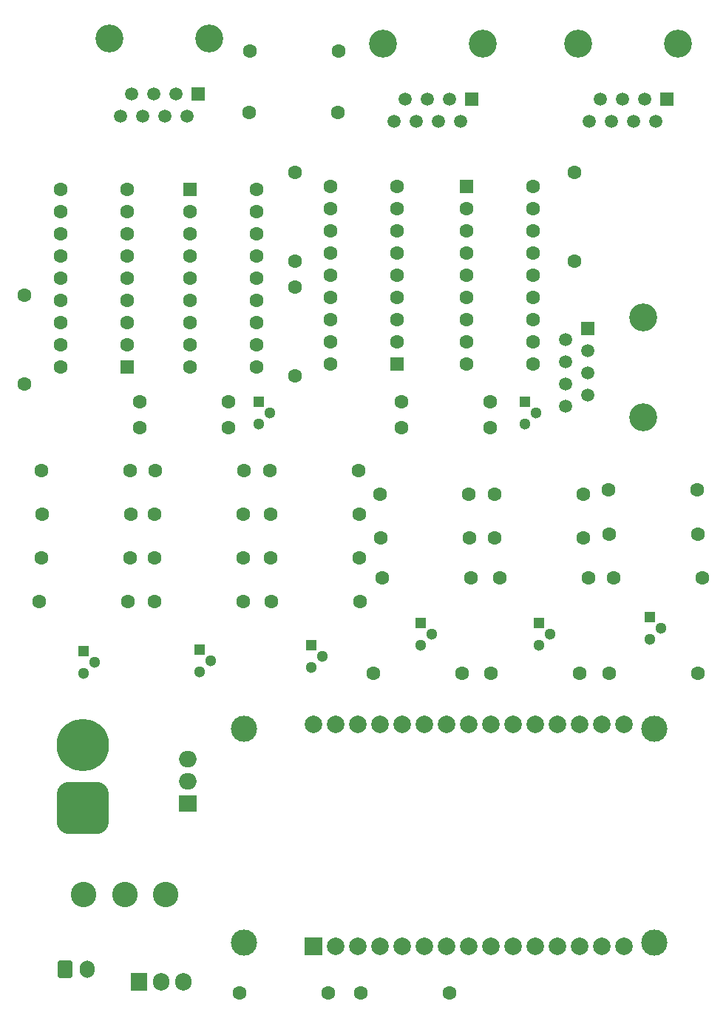
<source format=gts>
G04 #@! TF.GenerationSoftware,KiCad,Pcbnew,9.0.2*
G04 #@! TF.CreationDate,2025-06-26T10:54:21-04:00*
G04 #@! TF.ProjectId,caeluspcb,6361656c-7573-4706-9362-2e6b69636164,rev?*
G04 #@! TF.SameCoordinates,Original*
G04 #@! TF.FileFunction,Soldermask,Top*
G04 #@! TF.FilePolarity,Negative*
%FSLAX46Y46*%
G04 Gerber Fmt 4.6, Leading zero omitted, Abs format (unit mm)*
G04 Created by KiCad (PCBNEW 9.0.2) date 2025-06-26 10:54:21*
%MOMM*%
%LPD*%
G01*
G04 APERTURE LIST*
G04 Aperture macros list*
%AMRoundRect*
0 Rectangle with rounded corners*
0 $1 Rounding radius*
0 $2 $3 $4 $5 $6 $7 $8 $9 X,Y pos of 4 corners*
0 Add a 4 corners polygon primitive as box body*
4,1,4,$2,$3,$4,$5,$6,$7,$8,$9,$2,$3,0*
0 Add four circle primitives for the rounded corners*
1,1,$1+$1,$2,$3*
1,1,$1+$1,$4,$5*
1,1,$1+$1,$6,$7*
1,1,$1+$1,$8,$9*
0 Add four rect primitives between the rounded corners*
20,1,$1+$1,$2,$3,$4,$5,0*
20,1,$1+$1,$4,$5,$6,$7,0*
20,1,$1+$1,$6,$7,$8,$9,0*
20,1,$1+$1,$8,$9,$2,$3,0*%
G04 Aperture macros list end*
%ADD10R,1.300000X1.300000*%
%ADD11C,1.300000*%
%ADD12C,1.600000*%
%ADD13RoundRect,0.250000X0.550000X0.550000X-0.550000X0.550000X-0.550000X-0.550000X0.550000X-0.550000X0*%
%ADD14C,3.200000*%
%ADD15R,1.500000X1.500000*%
%ADD16C,1.500000*%
%ADD17RoundRect,1.500000X1.500000X-1.500000X1.500000X1.500000X-1.500000X1.500000X-1.500000X-1.500000X0*%
%ADD18C,6.000000*%
%ADD19C,2.921000*%
%ADD20R,2.000000X1.905000*%
%ADD21O,2.000000X1.905000*%
%ADD22R,1.905000X2.000000*%
%ADD23O,1.905000X2.000000*%
%ADD24C,3.000000*%
%ADD25R,2.000000X2.000000*%
%ADD26C,2.000000*%
%ADD27RoundRect,0.250000X-0.550000X-0.550000X0.550000X-0.550000X0.550000X0.550000X-0.550000X0.550000X0*%
%ADD28RoundRect,0.250000X-0.600000X-0.750000X0.600000X-0.750000X0.600000X0.750000X-0.600000X0.750000X0*%
%ADD29O,1.700000X2.000000*%
G04 APERTURE END LIST*
D10*
G04 #@! TO.C,Q4*
X76230000Y-143230000D03*
D11*
X77500000Y-144500000D03*
X76230000Y-145770000D03*
G04 #@! TD*
D12*
G04 #@! TO.C,R20*
X43367500Y-103180000D03*
X43367500Y-113340000D03*
G04 #@! TD*
G04 #@! TO.C,R18*
X106367500Y-99260000D03*
X106367500Y-89100000D03*
G04 #@! TD*
D13*
G04 #@! TO.C,U2*
X86045000Y-111040000D03*
D12*
X86045000Y-108500000D03*
X86045000Y-105960000D03*
X86045000Y-103420000D03*
X86045000Y-100880000D03*
X86045000Y-98340000D03*
X86045000Y-95800000D03*
X86045000Y-93260000D03*
X86045000Y-90720000D03*
X78425000Y-90720000D03*
X78425000Y-93260000D03*
X78425000Y-95800000D03*
X78425000Y-98340000D03*
X78425000Y-100880000D03*
X78425000Y-103420000D03*
X78425000Y-105960000D03*
X78425000Y-108500000D03*
X78425000Y-111040000D03*
G04 #@! TD*
G04 #@! TO.C,R24*
X107350000Y-126000000D03*
X97190000Y-126000000D03*
G04 #@! TD*
G04 #@! TO.C,R32*
X83340000Y-146500000D03*
X93500000Y-146500000D03*
G04 #@! TD*
G04 #@! TO.C,R26*
X108000000Y-135500000D03*
X97840000Y-135500000D03*
G04 #@! TD*
D14*
G04 #@! TO.C,J2*
X95850000Y-74380000D03*
X84420000Y-74380000D03*
D15*
X94580000Y-80730000D03*
D16*
X93310000Y-83270000D03*
X92040000Y-80730000D03*
X90770000Y-83270000D03*
X89500000Y-80730000D03*
X88230000Y-83270000D03*
X86960000Y-80730000D03*
X85690000Y-83270000D03*
G04 #@! TD*
D12*
G04 #@! TO.C,R21*
X94270000Y-126000000D03*
X84110000Y-126000000D03*
G04 #@! TD*
G04 #@! TO.C,R7*
X68430000Y-133270000D03*
X58270000Y-133270000D03*
G04 #@! TD*
G04 #@! TO.C,R22*
X84190000Y-131000000D03*
X94350000Y-131000000D03*
G04 #@! TD*
G04 #@! TO.C,R14*
X45350000Y-123270000D03*
X55510000Y-123270000D03*
G04 #@! TD*
D14*
G04 #@! TO.C,J1*
X118240000Y-74380000D03*
X106810000Y-74380000D03*
D15*
X116970000Y-80730000D03*
D16*
X115700000Y-83270000D03*
X114430000Y-80730000D03*
X113160000Y-83270000D03*
X111890000Y-80730000D03*
X110620000Y-83270000D03*
X109350000Y-80730000D03*
X108080000Y-83270000D03*
G04 #@! TD*
D17*
G04 #@! TO.C,J6*
X50075000Y-161900000D03*
D18*
X50075000Y-154700000D03*
G04 #@! TD*
D10*
G04 #@! TO.C,Q9*
X70240000Y-115380000D03*
D11*
X71510000Y-116650000D03*
X70240000Y-117920000D03*
G04 #@! TD*
D12*
G04 #@! TO.C,R4*
X55270000Y-138270000D03*
X45110000Y-138270000D03*
G04 #@! TD*
G04 #@! TO.C,R17*
X74367500Y-99340000D03*
X74367500Y-89180000D03*
G04 #@! TD*
G04 #@! TO.C,R9*
X71540000Y-128270000D03*
X81700000Y-128270000D03*
G04 #@! TD*
G04 #@! TO.C,R1*
X69160000Y-82260000D03*
X79320000Y-82260000D03*
G04 #@! TD*
G04 #@! TO.C,R28*
X110340000Y-130500000D03*
X120500000Y-130500000D03*
G04 #@! TD*
D19*
G04 #@! TO.C,SW1*
X50177000Y-171800000D03*
X54876000Y-171800000D03*
X59575000Y-171800000D03*
G04 #@! TD*
D12*
G04 #@! TO.C,R19*
X74367500Y-102260000D03*
X74367500Y-112420000D03*
G04 #@! TD*
G04 #@! TO.C,R16*
X71620000Y-138270000D03*
X81780000Y-138270000D03*
G04 #@! TD*
G04 #@! TO.C,R6*
X68430000Y-128270000D03*
X58270000Y-128270000D03*
G04 #@! TD*
G04 #@! TO.C,R15*
X68430000Y-138270000D03*
X58270000Y-138270000D03*
G04 #@! TD*
D20*
G04 #@! TO.C,U6*
X62075000Y-161380000D03*
D21*
X62075000Y-158840000D03*
X62075000Y-156300000D03*
G04 #@! TD*
D10*
G04 #@! TO.C,Q7*
X115000000Y-140000000D03*
D11*
X116270000Y-141270000D03*
X115000000Y-142540000D03*
G04 #@! TD*
D12*
G04 #@! TO.C,R35*
X66740000Y-115380000D03*
X56580000Y-115380000D03*
G04 #@! TD*
G04 #@! TO.C,R27*
X120420000Y-125500000D03*
X110260000Y-125500000D03*
G04 #@! TD*
D22*
G04 #@! TO.C,Q1*
X56535000Y-181750000D03*
D23*
X59075000Y-181750000D03*
X61615000Y-181750000D03*
G04 #@! TD*
D12*
G04 #@! TO.C,R3*
X55510000Y-133270000D03*
X45350000Y-133270000D03*
G04 #@! TD*
G04 #@! TO.C,R11*
X69240000Y-75260000D03*
X79400000Y-75260000D03*
G04 #@! TD*
G04 #@! TO.C,R25*
X97270000Y-131000000D03*
X107430000Y-131000000D03*
G04 #@! TD*
D13*
G04 #@! TO.C,U3*
X55127500Y-111420000D03*
D12*
X55127500Y-108880000D03*
X55127500Y-106340000D03*
X55127500Y-103800000D03*
X55127500Y-101260000D03*
X55127500Y-98720000D03*
X55127500Y-96180000D03*
X55127500Y-93640000D03*
X55127500Y-91100000D03*
X47507500Y-91100000D03*
X47507500Y-93640000D03*
X47507500Y-96180000D03*
X47507500Y-98720000D03*
X47507500Y-101260000D03*
X47507500Y-103800000D03*
X47507500Y-106340000D03*
X47507500Y-108880000D03*
X47507500Y-111420000D03*
G04 #@! TD*
G04 #@! TO.C,R36*
X56580000Y-118380000D03*
X66740000Y-118380000D03*
G04 #@! TD*
D24*
G04 #@! TO.C,U4*
X68525000Y-177280000D03*
X115475000Y-177280000D03*
X68525000Y-152770000D03*
X115475000Y-152770000D03*
D25*
X76485000Y-177700000D03*
D26*
X79025000Y-177700000D03*
X81565000Y-177700000D03*
X84105000Y-177700000D03*
X86645000Y-177700000D03*
X89185000Y-177700000D03*
X91725000Y-177700000D03*
X94265000Y-177700000D03*
X96805000Y-177700000D03*
X99345000Y-177700000D03*
X101885000Y-177700000D03*
X104425000Y-177700000D03*
X106965000Y-177700000D03*
X109505000Y-177700000D03*
X112045000Y-177700000D03*
X112045000Y-152300000D03*
X109505000Y-152300000D03*
X106965000Y-152300000D03*
X104425000Y-152300000D03*
X101885000Y-152300000D03*
X99345000Y-152300000D03*
X96805000Y-152300000D03*
X94265000Y-152300000D03*
X91725000Y-152300000D03*
X89185000Y-152300000D03*
X86645000Y-152300000D03*
X84105000Y-152300000D03*
X81565000Y-152300000D03*
X79025000Y-152300000D03*
X76485000Y-152300000D03*
G04 #@! TD*
D12*
G04 #@! TO.C,R12*
X68000000Y-183000000D03*
X78160000Y-183000000D03*
G04 #@! TD*
D10*
G04 #@! TO.C,Q6*
X102270000Y-140730000D03*
D11*
X103540000Y-142000000D03*
X102270000Y-143270000D03*
G04 #@! TD*
D12*
G04 #@! TO.C,R29*
X121000000Y-135500000D03*
X110840000Y-135500000D03*
G04 #@! TD*
G04 #@! TO.C,R31*
X96840000Y-146500000D03*
X107000000Y-146500000D03*
G04 #@! TD*
G04 #@! TO.C,R10*
X81700000Y-133270000D03*
X71540000Y-133270000D03*
G04 #@! TD*
G04 #@! TO.C,R2*
X55590000Y-128270000D03*
X45430000Y-128270000D03*
G04 #@! TD*
G04 #@! TO.C,R13*
X92080000Y-183000000D03*
X81920000Y-183000000D03*
G04 #@! TD*
G04 #@! TO.C,R33*
X96740000Y-115380000D03*
X86580000Y-115380000D03*
G04 #@! TD*
D27*
G04 #@! TO.C,U5*
X62367500Y-91100000D03*
D12*
X62367500Y-93640000D03*
X62367500Y-96180000D03*
X62367500Y-98720000D03*
X62367500Y-101260000D03*
X62367500Y-103800000D03*
X62367500Y-106340000D03*
X62367500Y-108880000D03*
X62367500Y-111420000D03*
X69987500Y-111420000D03*
X69987500Y-108880000D03*
X69987500Y-106340000D03*
X69987500Y-103800000D03*
X69987500Y-101260000D03*
X69987500Y-98720000D03*
X69987500Y-96180000D03*
X69987500Y-93640000D03*
X69987500Y-91100000D03*
G04 #@! TD*
D14*
G04 #@! TO.C,J3*
X64557500Y-73780000D03*
X53127500Y-73780000D03*
D15*
X63287500Y-80130000D03*
D16*
X62017500Y-82670000D03*
X60747500Y-80130000D03*
X59477500Y-82670000D03*
X58207500Y-80130000D03*
X56937500Y-82670000D03*
X55667500Y-80130000D03*
X54397500Y-82670000D03*
G04 #@! TD*
D12*
G04 #@! TO.C,R8*
X81620000Y-123270000D03*
X71460000Y-123270000D03*
G04 #@! TD*
G04 #@! TO.C,R34*
X86580000Y-118380000D03*
X96740000Y-118380000D03*
G04 #@! TD*
D10*
G04 #@! TO.C,Q8*
X100740000Y-115380000D03*
D11*
X102010000Y-116650000D03*
X100740000Y-117920000D03*
G04 #@! TD*
D12*
G04 #@! TO.C,R30*
X110340000Y-146500000D03*
X120500000Y-146500000D03*
G04 #@! TD*
D10*
G04 #@! TO.C,Q2*
X50160000Y-143880000D03*
D11*
X51430000Y-145150000D03*
X50160000Y-146420000D03*
G04 #@! TD*
D12*
G04 #@! TO.C,R23*
X94500000Y-135500000D03*
X84340000Y-135500000D03*
G04 #@! TD*
D27*
G04 #@! TO.C,U1*
X94045000Y-90720000D03*
D12*
X94045000Y-93260000D03*
X94045000Y-95800000D03*
X94045000Y-98340000D03*
X94045000Y-100880000D03*
X94045000Y-103420000D03*
X94045000Y-105960000D03*
X94045000Y-108500000D03*
X94045000Y-111040000D03*
X101665000Y-111040000D03*
X101665000Y-108500000D03*
X101665000Y-105960000D03*
X101665000Y-103420000D03*
X101665000Y-100880000D03*
X101665000Y-98340000D03*
X101665000Y-95800000D03*
X101665000Y-93260000D03*
X101665000Y-90720000D03*
G04 #@! TD*
D28*
G04 #@! TO.C,J5*
X48075000Y-180300000D03*
D29*
X50575000Y-180300000D03*
G04 #@! TD*
D10*
G04 #@! TO.C,Q5*
X88730000Y-140730000D03*
D11*
X90000000Y-142000000D03*
X88730000Y-143270000D03*
G04 #@! TD*
D12*
G04 #@! TO.C,R5*
X68510000Y-123270000D03*
X58350000Y-123270000D03*
G04 #@! TD*
D10*
G04 #@! TO.C,Q3*
X63430000Y-143730000D03*
D11*
X64700000Y-145000000D03*
X63430000Y-146270000D03*
G04 #@! TD*
D14*
G04 #@! TO.C,J4*
X114240000Y-105707500D03*
X114240000Y-117137500D03*
D15*
X107890000Y-106977500D03*
D16*
X105350000Y-108247500D03*
X107890000Y-109517500D03*
X105350000Y-110787500D03*
X107890000Y-112057500D03*
X105350000Y-113327500D03*
X107890000Y-114597500D03*
X105350000Y-115867500D03*
G04 #@! TD*
M02*

</source>
